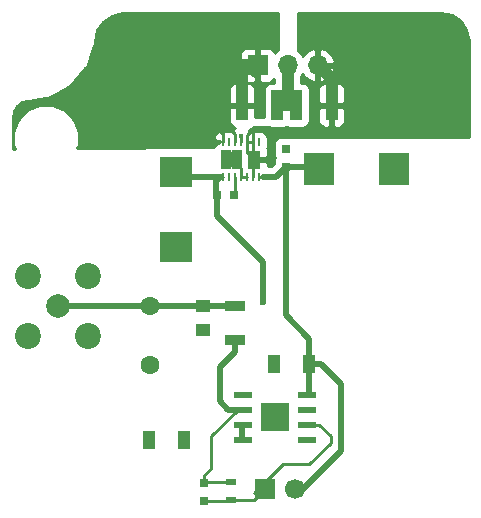
<source format=gbr>
G04 #@! TF.FileFunction,Copper,L1,Top,Signal*
%FSLAX46Y46*%
G04 Gerber Fmt 4.6, Leading zero omitted, Abs format (unit mm)*
G04 Created by KiCad (PCBNEW 4.0.6) date 12/17/18 09:49:15*
%MOMM*%
%LPD*%
G01*
G04 APERTURE LIST*
%ADD10C,0.100000*%
%ADD11R,1.000000X1.600000*%
%ADD12R,1.070000X1.650000*%
%ADD13R,0.250000X0.700000*%
%ADD14R,0.890000X0.825000*%
%ADD15C,1.700000*%
%ADD16R,1.700000X1.700000*%
%ADD17R,1.000000X2.500000*%
%ADD18R,0.800000X0.750000*%
%ADD19R,0.750000X0.800000*%
%ADD20C,2.200000*%
%ADD21C,2.000000*%
%ADD22R,0.900000X0.500000*%
%ADD23O,1.700000X1.700000*%
%ADD24R,1.700000X0.900000*%
%ADD25R,2.700000X2.550000*%
%ADD26R,2.550000X2.700000*%
%ADD27R,1.250000X1.000000*%
%ADD28C,1.600000*%
%ADD29R,1.550000X0.600000*%
%ADD30R,1.175000X1.175000*%
%ADD31C,0.600000*%
%ADD32C,0.400000*%
%ADD33C,0.250000*%
%ADD34C,1.000000*%
%ADD35C,0.500000*%
%ADD36C,0.254000*%
G04 APERTURE END LIST*
D10*
D11*
X130550000Y-68650000D03*
X133550000Y-68650000D03*
X119950000Y-75050000D03*
X122950000Y-75050000D03*
D12*
X128850000Y-51350000D03*
D13*
X126250000Y-49900000D03*
X126750000Y-49900000D03*
X127250000Y-49900000D03*
X127750000Y-49900000D03*
X128250000Y-49900000D03*
X128750000Y-49900000D03*
X129250000Y-49900000D03*
X129250000Y-52800000D03*
X128750000Y-52800000D03*
X128250000Y-52800000D03*
X127750000Y-52800000D03*
X127250000Y-52800000D03*
X126750000Y-52800000D03*
X126250000Y-52800000D03*
D14*
X126505000Y-51762500D03*
X126505000Y-50937500D03*
X127395000Y-50937500D03*
X127395000Y-51762500D03*
D15*
X132350000Y-79250000D03*
D16*
X129790000Y-79250000D03*
D17*
X127850000Y-46750000D03*
X130850000Y-46750000D03*
X132450000Y-46750000D03*
X135450000Y-46750000D03*
D18*
X127200000Y-54350000D03*
X125700000Y-54350000D03*
D19*
X131550000Y-51950000D03*
X131550000Y-50450000D03*
X124650000Y-80250000D03*
X124650000Y-78750000D03*
D20*
X109710000Y-66290000D03*
X109710000Y-61210000D03*
X114790000Y-61210000D03*
X114790000Y-66290000D03*
D21*
X112250000Y-63750000D03*
D22*
X126950000Y-78650000D03*
X126950000Y-80150000D03*
D16*
X129170000Y-43350000D03*
D23*
X131710000Y-43350000D03*
X134250000Y-43350000D03*
D24*
X127250000Y-63750000D03*
X127250000Y-66650000D03*
D25*
X122250000Y-52375000D03*
X122250000Y-58725000D03*
D26*
X140725000Y-52150000D03*
X134375000Y-52150000D03*
D27*
X124550000Y-63750000D03*
X124550000Y-65750000D03*
D28*
X120050000Y-63750000D03*
X120050000Y-68750000D03*
D29*
X133350000Y-75055000D03*
X133350000Y-73785000D03*
X133350000Y-72515000D03*
X133350000Y-71245000D03*
X127950000Y-71245000D03*
X127950000Y-72515000D03*
X127950000Y-73785000D03*
X127950000Y-75055000D03*
D30*
X130062500Y-72562500D03*
X130062500Y-73737500D03*
X131237500Y-72562500D03*
X131237500Y-73737500D03*
D31*
X133350000Y-72515000D03*
X119950000Y-75050000D03*
X130550000Y-68650000D03*
X140725000Y-52150000D03*
X122250000Y-58725000D03*
X124550000Y-65750000D03*
X126850000Y-51350000D03*
X127850000Y-75050000D03*
X122950000Y-75050000D03*
X129650000Y-63450000D03*
D32*
X131550000Y-50450000D03*
X127750000Y-49350000D03*
D33*
X127250000Y-49900000D02*
X127250000Y-49150000D01*
X126250000Y-49050000D02*
X126450000Y-48850000D01*
X126250000Y-49050000D02*
X126250000Y-49900000D01*
X126950000Y-48850000D02*
X126450000Y-48850000D01*
X127250000Y-49150000D02*
X126950000Y-48850000D01*
D34*
X127950000Y-43350000D02*
X127850000Y-43450000D01*
X127850000Y-43450000D02*
X127850000Y-46750000D01*
X129170000Y-43350000D02*
X127950000Y-43350000D01*
X129070000Y-43950000D02*
X129070000Y-43870000D01*
D35*
X126505000Y-50937500D02*
X127395000Y-50937500D01*
X127395000Y-50937500D02*
X127395000Y-51762500D01*
X127395000Y-51762500D02*
X126505000Y-51762500D01*
D33*
X126850000Y-51350000D02*
X126505000Y-51005000D01*
X126505000Y-51005000D02*
X126505000Y-50937500D01*
X127750000Y-52800000D02*
X127750000Y-52117500D01*
X127750000Y-52117500D02*
X127395000Y-51762500D01*
X127750000Y-52800000D02*
X128250000Y-52800000D01*
D34*
X130850000Y-46750000D02*
X132450000Y-46750000D01*
X131710000Y-43350000D02*
X131710000Y-46010000D01*
X131710000Y-46010000D02*
X132450000Y-46750000D01*
D33*
X127250000Y-52800000D02*
X127250000Y-54300000D01*
X127250000Y-54300000D02*
X127200000Y-54350000D01*
D35*
X127850000Y-75050000D02*
X127850000Y-73885000D01*
X127850000Y-73885000D02*
X127950000Y-73785000D01*
X125650000Y-52800000D02*
X125650000Y-54300000D01*
X125650000Y-54300000D02*
X125750000Y-54400000D01*
X125750000Y-54400000D02*
X125750000Y-56150000D01*
X125750000Y-56150000D02*
X129650000Y-60050000D01*
X129650000Y-60050000D02*
X129650000Y-63450000D01*
X126100000Y-52800000D02*
X125650000Y-52800000D01*
X125650000Y-52800000D02*
X122675000Y-52800000D01*
X122675000Y-52800000D02*
X122250000Y-52375000D01*
D33*
X126250000Y-52800000D02*
X126100000Y-52800000D01*
X126100000Y-52800000D02*
X125700000Y-53200000D01*
X125700000Y-53200000D02*
X125700000Y-54350000D01*
D35*
X136250000Y-70350000D02*
X136250000Y-76000008D01*
X136250000Y-76000008D02*
X133000008Y-79250000D01*
X133550000Y-68650000D02*
X134550000Y-68650000D01*
X134550000Y-68650000D02*
X136250000Y-70350000D01*
X133550000Y-68650000D02*
X133550000Y-71045000D01*
X133550000Y-71045000D02*
X133350000Y-71245000D01*
X131550000Y-64545000D02*
X133550000Y-66545000D01*
X133550000Y-66545000D02*
X133550000Y-68650000D01*
X131550000Y-51950000D02*
X131550000Y-64545000D01*
X131550000Y-51950000D02*
X134175000Y-51950000D01*
X134175000Y-51950000D02*
X134375000Y-52150000D01*
X134350000Y-52450000D02*
X134450000Y-52350000D01*
X134450000Y-52350000D02*
X134500000Y-52350000D01*
X131550000Y-51950000D02*
X130700000Y-52800000D01*
X130700000Y-52800000D02*
X129600000Y-52800000D01*
D33*
X129250000Y-52800000D02*
X129600000Y-52800000D01*
X129600000Y-52800000D02*
X130700000Y-52800000D01*
D35*
X132175000Y-79075000D02*
X132350000Y-79250000D01*
D33*
X127750000Y-49900000D02*
X127750000Y-49350000D01*
D35*
X129790000Y-79250000D02*
X129790000Y-79790000D01*
D33*
X128850000Y-79600000D02*
X129450000Y-79000000D01*
X133550000Y-77150000D02*
X131315678Y-77150000D01*
X131315678Y-77150000D02*
X129740688Y-78724990D01*
X135350000Y-75350000D02*
X133550000Y-77150000D01*
X135350000Y-74760000D02*
X135350000Y-75350000D01*
X133350000Y-73785000D02*
X134375000Y-73785000D01*
X134375000Y-73785000D02*
X135350000Y-74760000D01*
X126950000Y-80150000D02*
X128865698Y-80150000D01*
X128865698Y-80150000D02*
X129264990Y-79750708D01*
X124650000Y-80250000D02*
X126850000Y-80250000D01*
X126850000Y-80250000D02*
X126950000Y-80150000D01*
D35*
X125950000Y-71790000D02*
X125950000Y-68900000D01*
X125950000Y-68900000D02*
X127250000Y-67600000D01*
X127250000Y-67600000D02*
X127250000Y-66650000D01*
X127950000Y-72515000D02*
X126675000Y-72515000D01*
X126675000Y-72515000D02*
X125950000Y-71790000D01*
X127950000Y-72515000D02*
X127475000Y-72515000D01*
D33*
X125250000Y-77500000D02*
X125250000Y-74740000D01*
X125250000Y-74740000D02*
X127475000Y-72515000D01*
X124650000Y-78750000D02*
X124650000Y-78100000D01*
X124650000Y-78100000D02*
X125250000Y-77500000D01*
X126950000Y-78650000D02*
X124750000Y-78650000D01*
X124750000Y-78650000D02*
X124650000Y-78750000D01*
X128750000Y-49900000D02*
X128750000Y-51250000D01*
X128750000Y-51250000D02*
X128850000Y-51350000D01*
X128250000Y-49900000D02*
X128250000Y-50750000D01*
X128250000Y-50750000D02*
X128850000Y-51350000D01*
X128850000Y-51350000D02*
X128750000Y-51450000D01*
X128750000Y-51450000D02*
X128750000Y-52800000D01*
X128750000Y-49900000D02*
X128750000Y-49045000D01*
X128750000Y-49045000D02*
X128604999Y-48899999D01*
X128250000Y-49900000D02*
X128250000Y-49254998D01*
X128250000Y-49254998D02*
X128604999Y-48899999D01*
X128250000Y-49900000D02*
X128750000Y-49900000D01*
D34*
X135450000Y-46750000D02*
X135450000Y-47500000D01*
X135450000Y-44550000D02*
X135450000Y-46750000D01*
X134250000Y-43350000D02*
X135450000Y-44550000D01*
D35*
X124550000Y-63750000D02*
X127250000Y-63750000D01*
X112250000Y-63750000D02*
X119850000Y-63750000D01*
X119850000Y-63750000D02*
X124550000Y-63750000D01*
D36*
G36*
X145621023Y-39147167D02*
X146359439Y-39640561D01*
X146852833Y-40378977D01*
X147040000Y-41319931D01*
X147040000Y-49423000D01*
X132025936Y-49423000D01*
X131925000Y-49402560D01*
X131175000Y-49402560D01*
X131066371Y-49423000D01*
X130950000Y-49423000D01*
X130900590Y-49433006D01*
X130858965Y-49461447D01*
X130831685Y-49503841D01*
X130829011Y-49518054D01*
X130723559Y-49585910D01*
X130578569Y-49798110D01*
X130527560Y-50050000D01*
X130527560Y-50850000D01*
X130571838Y-51085317D01*
X130645620Y-51199978D01*
X130578569Y-51298110D01*
X130527560Y-51550000D01*
X130527560Y-51720861D01*
X130333420Y-51915000D01*
X130020000Y-51915000D01*
X130020000Y-51635750D01*
X129861250Y-51477000D01*
X128977000Y-51477000D01*
X128977000Y-51497000D01*
X128723000Y-51497000D01*
X128723000Y-51477000D01*
X128703000Y-51477000D01*
X128703000Y-51223000D01*
X128723000Y-51223000D01*
X128723000Y-51203000D01*
X128977000Y-51203000D01*
X128977000Y-51223000D01*
X129861250Y-51223000D01*
X130020000Y-51064250D01*
X130020000Y-50398691D01*
X130001415Y-50353823D01*
X130022440Y-50250000D01*
X130022440Y-49550000D01*
X129978162Y-49314683D01*
X129839090Y-49098559D01*
X129626890Y-48953569D01*
X129375000Y-48902560D01*
X129125000Y-48902560D01*
X129019295Y-48922450D01*
X129001310Y-48915000D01*
X128971250Y-48915000D01*
X128950938Y-48935312D01*
X128889683Y-48946838D01*
X128755931Y-49032905D01*
X128734699Y-49011673D01*
X128548153Y-48934403D01*
X128528750Y-48915000D01*
X128473734Y-48915000D01*
X128458292Y-48877628D01*
X128421727Y-48841000D01*
X128883727Y-48577000D01*
X130069672Y-48577000D01*
X130098110Y-48596431D01*
X130350000Y-48647440D01*
X131350000Y-48647440D01*
X131585317Y-48603162D01*
X131625974Y-48577000D01*
X131669672Y-48577000D01*
X131698110Y-48596431D01*
X131950000Y-48647440D01*
X132950000Y-48647440D01*
X133185317Y-48603162D01*
X133401441Y-48464090D01*
X133546431Y-48251890D01*
X133597440Y-48000000D01*
X133597440Y-47035750D01*
X134315000Y-47035750D01*
X134315000Y-48126310D01*
X134411673Y-48359699D01*
X134590302Y-48538327D01*
X134823691Y-48635000D01*
X135164250Y-48635000D01*
X135323000Y-48476250D01*
X135323000Y-46877000D01*
X135577000Y-46877000D01*
X135577000Y-48476250D01*
X135735750Y-48635000D01*
X136076309Y-48635000D01*
X136309698Y-48538327D01*
X136488327Y-48359699D01*
X136585000Y-48126310D01*
X136585000Y-47035750D01*
X136426250Y-46877000D01*
X135577000Y-46877000D01*
X135323000Y-46877000D01*
X134473750Y-46877000D01*
X134315000Y-47035750D01*
X133597440Y-47035750D01*
X133597440Y-45500000D01*
X133573674Y-45373690D01*
X134315000Y-45373690D01*
X134315000Y-46464250D01*
X134473750Y-46623000D01*
X135323000Y-46623000D01*
X135323000Y-45023750D01*
X135577000Y-45023750D01*
X135577000Y-46623000D01*
X136426250Y-46623000D01*
X136585000Y-46464250D01*
X136585000Y-45373690D01*
X136488327Y-45140301D01*
X136309698Y-44961673D01*
X136076309Y-44865000D01*
X135735750Y-44865000D01*
X135577000Y-45023750D01*
X135323000Y-45023750D01*
X135164250Y-44865000D01*
X134823691Y-44865000D01*
X134590302Y-44961673D01*
X134411673Y-45140301D01*
X134315000Y-45373690D01*
X133573674Y-45373690D01*
X133553162Y-45264683D01*
X133414090Y-45048559D01*
X133201890Y-44903569D01*
X132950000Y-44852560D01*
X132845000Y-44852560D01*
X132845000Y-44302016D01*
X132987702Y-44088447D01*
X133054817Y-44231358D01*
X133483076Y-44621645D01*
X133893110Y-44791476D01*
X134123000Y-44670155D01*
X134123000Y-43477000D01*
X134377000Y-43477000D01*
X134377000Y-44670155D01*
X134606890Y-44791476D01*
X135016924Y-44621645D01*
X135445183Y-44231358D01*
X135691486Y-43706892D01*
X135570819Y-43477000D01*
X134377000Y-43477000D01*
X134123000Y-43477000D01*
X134103000Y-43477000D01*
X134103000Y-43223000D01*
X134123000Y-43223000D01*
X134123000Y-42029845D01*
X134377000Y-42029845D01*
X134377000Y-43223000D01*
X135570819Y-43223000D01*
X135691486Y-42993108D01*
X135445183Y-42468642D01*
X135016924Y-42078355D01*
X134606890Y-41908524D01*
X134377000Y-42029845D01*
X134123000Y-42029845D01*
X133893110Y-41908524D01*
X133483076Y-42078355D01*
X133054817Y-42468642D01*
X132987702Y-42611553D01*
X132760054Y-42270853D01*
X132577000Y-42148541D01*
X132577000Y-38960000D01*
X144680069Y-38960000D01*
X145621023Y-39147167D01*
X145621023Y-39147167D01*
G37*
X145621023Y-39147167D02*
X146359439Y-39640561D01*
X146852833Y-40378977D01*
X147040000Y-41319931D01*
X147040000Y-49423000D01*
X132025936Y-49423000D01*
X131925000Y-49402560D01*
X131175000Y-49402560D01*
X131066371Y-49423000D01*
X130950000Y-49423000D01*
X130900590Y-49433006D01*
X130858965Y-49461447D01*
X130831685Y-49503841D01*
X130829011Y-49518054D01*
X130723559Y-49585910D01*
X130578569Y-49798110D01*
X130527560Y-50050000D01*
X130527560Y-50850000D01*
X130571838Y-51085317D01*
X130645620Y-51199978D01*
X130578569Y-51298110D01*
X130527560Y-51550000D01*
X130527560Y-51720861D01*
X130333420Y-51915000D01*
X130020000Y-51915000D01*
X130020000Y-51635750D01*
X129861250Y-51477000D01*
X128977000Y-51477000D01*
X128977000Y-51497000D01*
X128723000Y-51497000D01*
X128723000Y-51477000D01*
X128703000Y-51477000D01*
X128703000Y-51223000D01*
X128723000Y-51223000D01*
X128723000Y-51203000D01*
X128977000Y-51203000D01*
X128977000Y-51223000D01*
X129861250Y-51223000D01*
X130020000Y-51064250D01*
X130020000Y-50398691D01*
X130001415Y-50353823D01*
X130022440Y-50250000D01*
X130022440Y-49550000D01*
X129978162Y-49314683D01*
X129839090Y-49098559D01*
X129626890Y-48953569D01*
X129375000Y-48902560D01*
X129125000Y-48902560D01*
X129019295Y-48922450D01*
X129001310Y-48915000D01*
X128971250Y-48915000D01*
X128950938Y-48935312D01*
X128889683Y-48946838D01*
X128755931Y-49032905D01*
X128734699Y-49011673D01*
X128548153Y-48934403D01*
X128528750Y-48915000D01*
X128473734Y-48915000D01*
X128458292Y-48877628D01*
X128421727Y-48841000D01*
X128883727Y-48577000D01*
X130069672Y-48577000D01*
X130098110Y-48596431D01*
X130350000Y-48647440D01*
X131350000Y-48647440D01*
X131585317Y-48603162D01*
X131625974Y-48577000D01*
X131669672Y-48577000D01*
X131698110Y-48596431D01*
X131950000Y-48647440D01*
X132950000Y-48647440D01*
X133185317Y-48603162D01*
X133401441Y-48464090D01*
X133546431Y-48251890D01*
X133597440Y-48000000D01*
X133597440Y-47035750D01*
X134315000Y-47035750D01*
X134315000Y-48126310D01*
X134411673Y-48359699D01*
X134590302Y-48538327D01*
X134823691Y-48635000D01*
X135164250Y-48635000D01*
X135323000Y-48476250D01*
X135323000Y-46877000D01*
X135577000Y-46877000D01*
X135577000Y-48476250D01*
X135735750Y-48635000D01*
X136076309Y-48635000D01*
X136309698Y-48538327D01*
X136488327Y-48359699D01*
X136585000Y-48126310D01*
X136585000Y-47035750D01*
X136426250Y-46877000D01*
X135577000Y-46877000D01*
X135323000Y-46877000D01*
X134473750Y-46877000D01*
X134315000Y-47035750D01*
X133597440Y-47035750D01*
X133597440Y-45500000D01*
X133573674Y-45373690D01*
X134315000Y-45373690D01*
X134315000Y-46464250D01*
X134473750Y-46623000D01*
X135323000Y-46623000D01*
X135323000Y-45023750D01*
X135577000Y-45023750D01*
X135577000Y-46623000D01*
X136426250Y-46623000D01*
X136585000Y-46464250D01*
X136585000Y-45373690D01*
X136488327Y-45140301D01*
X136309698Y-44961673D01*
X136076309Y-44865000D01*
X135735750Y-44865000D01*
X135577000Y-45023750D01*
X135323000Y-45023750D01*
X135164250Y-44865000D01*
X134823691Y-44865000D01*
X134590302Y-44961673D01*
X134411673Y-45140301D01*
X134315000Y-45373690D01*
X133573674Y-45373690D01*
X133553162Y-45264683D01*
X133414090Y-45048559D01*
X133201890Y-44903569D01*
X132950000Y-44852560D01*
X132845000Y-44852560D01*
X132845000Y-44302016D01*
X132987702Y-44088447D01*
X133054817Y-44231358D01*
X133483076Y-44621645D01*
X133893110Y-44791476D01*
X134123000Y-44670155D01*
X134123000Y-43477000D01*
X134377000Y-43477000D01*
X134377000Y-44670155D01*
X134606890Y-44791476D01*
X135016924Y-44621645D01*
X135445183Y-44231358D01*
X135691486Y-43706892D01*
X135570819Y-43477000D01*
X134377000Y-43477000D01*
X134123000Y-43477000D01*
X134103000Y-43477000D01*
X134103000Y-43223000D01*
X134123000Y-43223000D01*
X134123000Y-42029845D01*
X134377000Y-42029845D01*
X134377000Y-43223000D01*
X135570819Y-43223000D01*
X135691486Y-42993108D01*
X135445183Y-42468642D01*
X135016924Y-42078355D01*
X134606890Y-41908524D01*
X134377000Y-42029845D01*
X134123000Y-42029845D01*
X133893110Y-41908524D01*
X133483076Y-42078355D01*
X133054817Y-42468642D01*
X132987702Y-42611553D01*
X132760054Y-42270853D01*
X132577000Y-42148541D01*
X132577000Y-38960000D01*
X144680069Y-38960000D01*
X145621023Y-39147167D01*
G36*
X130923000Y-42095086D02*
X130659946Y-42270853D01*
X130630597Y-42314777D01*
X130558327Y-42140302D01*
X130379699Y-41961673D01*
X130146310Y-41865000D01*
X129455750Y-41865000D01*
X129297000Y-42023750D01*
X129297000Y-43223000D01*
X129317000Y-43223000D01*
X129317000Y-43477000D01*
X129297000Y-43477000D01*
X129297000Y-44676250D01*
X129455750Y-44835000D01*
X130146310Y-44835000D01*
X130379699Y-44738327D01*
X130558327Y-44559698D01*
X130575000Y-44519446D01*
X130575000Y-44852560D01*
X130350000Y-44852560D01*
X130114683Y-44896838D01*
X129898559Y-45035910D01*
X129753569Y-45248110D01*
X129702560Y-45500000D01*
X129702560Y-47723000D01*
X128985000Y-47723000D01*
X128985000Y-47035750D01*
X128826250Y-46877000D01*
X127977000Y-46877000D01*
X127977000Y-46897000D01*
X127723000Y-46897000D01*
X127723000Y-46877000D01*
X126873750Y-46877000D01*
X126715000Y-47035750D01*
X126715000Y-48126310D01*
X126811673Y-48359699D01*
X126990302Y-48538327D01*
X127223691Y-48635000D01*
X127293863Y-48635000D01*
X127277628Y-48641708D01*
X127042534Y-48876393D01*
X127026503Y-48915000D01*
X126998690Y-48915000D01*
X126978247Y-48923468D01*
X126875000Y-48902560D01*
X126625000Y-48902560D01*
X126519295Y-48922450D01*
X126501310Y-48915000D01*
X126471250Y-48915000D01*
X126450938Y-48935312D01*
X126389683Y-48946838D01*
X126187500Y-49076939D01*
X126187500Y-49073750D01*
X126028750Y-48915000D01*
X125998690Y-48915000D01*
X125765301Y-49011673D01*
X125586673Y-49190302D01*
X125490000Y-49423691D01*
X125490000Y-49614250D01*
X125648750Y-49773000D01*
X125977560Y-49773000D01*
X125977560Y-49893072D01*
X125824683Y-49921838D01*
X125661257Y-50027000D01*
X125648750Y-50027000D01*
X125626177Y-50049573D01*
X125608559Y-50060910D01*
X125595009Y-50080741D01*
X125490000Y-50185750D01*
X125490000Y-50234427D01*
X125463569Y-50273110D01*
X125453466Y-50323000D01*
X125350000Y-50323000D01*
X125349306Y-50323002D01*
X113918638Y-50385465D01*
X114034515Y-50106401D01*
X114035482Y-48998460D01*
X113612384Y-47974485D01*
X112829635Y-47190369D01*
X111806401Y-46765485D01*
X110698460Y-46764518D01*
X109674485Y-47187616D01*
X108890369Y-47970365D01*
X108465485Y-48993599D01*
X108464518Y-50101540D01*
X108593856Y-50414562D01*
X108460000Y-50415293D01*
X108460000Y-47818860D01*
X108548131Y-47221143D01*
X108803732Y-46793854D01*
X109203396Y-46496904D01*
X109746727Y-46360304D01*
X109767731Y-46359779D01*
X109806351Y-46351089D01*
X109845860Y-46353499D01*
X111183647Y-46171209D01*
X111294551Y-46133001D01*
X111407566Y-46101619D01*
X112850561Y-45373690D01*
X126715000Y-45373690D01*
X126715000Y-46464250D01*
X126873750Y-46623000D01*
X127723000Y-46623000D01*
X127723000Y-45023750D01*
X127977000Y-45023750D01*
X127977000Y-46623000D01*
X128826250Y-46623000D01*
X128985000Y-46464250D01*
X128985000Y-45373690D01*
X128888327Y-45140301D01*
X128709698Y-44961673D01*
X128476309Y-44865000D01*
X128135750Y-44865000D01*
X127977000Y-45023750D01*
X127723000Y-45023750D01*
X127564250Y-44865000D01*
X127223691Y-44865000D01*
X126990302Y-44961673D01*
X126811673Y-45140301D01*
X126715000Y-45373690D01*
X112850561Y-45373690D01*
X113149390Y-45222944D01*
X113367635Y-45052316D01*
X114587410Y-43635750D01*
X127685000Y-43635750D01*
X127685000Y-44326309D01*
X127781673Y-44559698D01*
X127960301Y-44738327D01*
X128193690Y-44835000D01*
X128884250Y-44835000D01*
X129043000Y-44676250D01*
X129043000Y-43477000D01*
X127843750Y-43477000D01*
X127685000Y-43635750D01*
X114587410Y-43635750D01*
X114640617Y-43573959D01*
X114776953Y-43332801D01*
X115092868Y-42373691D01*
X127685000Y-42373691D01*
X127685000Y-43064250D01*
X127843750Y-43223000D01*
X129043000Y-43223000D01*
X129043000Y-42023750D01*
X128884250Y-41865000D01*
X128193690Y-41865000D01*
X127960301Y-41961673D01*
X127781673Y-42140302D01*
X127685000Y-42373691D01*
X115092868Y-42373691D01*
X115387292Y-41479828D01*
X115389316Y-41463296D01*
X115403098Y-41428657D01*
X115590309Y-40413193D01*
X116075065Y-39665186D01*
X116810218Y-39158903D01*
X117726199Y-38960000D01*
X130923000Y-38960000D01*
X130923000Y-42095086D01*
X130923000Y-42095086D01*
G37*
X130923000Y-42095086D02*
X130659946Y-42270853D01*
X130630597Y-42314777D01*
X130558327Y-42140302D01*
X130379699Y-41961673D01*
X130146310Y-41865000D01*
X129455750Y-41865000D01*
X129297000Y-42023750D01*
X129297000Y-43223000D01*
X129317000Y-43223000D01*
X129317000Y-43477000D01*
X129297000Y-43477000D01*
X129297000Y-44676250D01*
X129455750Y-44835000D01*
X130146310Y-44835000D01*
X130379699Y-44738327D01*
X130558327Y-44559698D01*
X130575000Y-44519446D01*
X130575000Y-44852560D01*
X130350000Y-44852560D01*
X130114683Y-44896838D01*
X129898559Y-45035910D01*
X129753569Y-45248110D01*
X129702560Y-45500000D01*
X129702560Y-47723000D01*
X128985000Y-47723000D01*
X128985000Y-47035750D01*
X128826250Y-46877000D01*
X127977000Y-46877000D01*
X127977000Y-46897000D01*
X127723000Y-46897000D01*
X127723000Y-46877000D01*
X126873750Y-46877000D01*
X126715000Y-47035750D01*
X126715000Y-48126310D01*
X126811673Y-48359699D01*
X126990302Y-48538327D01*
X127223691Y-48635000D01*
X127293863Y-48635000D01*
X127277628Y-48641708D01*
X127042534Y-48876393D01*
X127026503Y-48915000D01*
X126998690Y-48915000D01*
X126978247Y-48923468D01*
X126875000Y-48902560D01*
X126625000Y-48902560D01*
X126519295Y-48922450D01*
X126501310Y-48915000D01*
X126471250Y-48915000D01*
X126450938Y-48935312D01*
X126389683Y-48946838D01*
X126187500Y-49076939D01*
X126187500Y-49073750D01*
X126028750Y-48915000D01*
X125998690Y-48915000D01*
X125765301Y-49011673D01*
X125586673Y-49190302D01*
X125490000Y-49423691D01*
X125490000Y-49614250D01*
X125648750Y-49773000D01*
X125977560Y-49773000D01*
X125977560Y-49893072D01*
X125824683Y-49921838D01*
X125661257Y-50027000D01*
X125648750Y-50027000D01*
X125626177Y-50049573D01*
X125608559Y-50060910D01*
X125595009Y-50080741D01*
X125490000Y-50185750D01*
X125490000Y-50234427D01*
X125463569Y-50273110D01*
X125453466Y-50323000D01*
X125350000Y-50323000D01*
X125349306Y-50323002D01*
X113918638Y-50385465D01*
X114034515Y-50106401D01*
X114035482Y-48998460D01*
X113612384Y-47974485D01*
X112829635Y-47190369D01*
X111806401Y-46765485D01*
X110698460Y-46764518D01*
X109674485Y-47187616D01*
X108890369Y-47970365D01*
X108465485Y-48993599D01*
X108464518Y-50101540D01*
X108593856Y-50414562D01*
X108460000Y-50415293D01*
X108460000Y-47818860D01*
X108548131Y-47221143D01*
X108803732Y-46793854D01*
X109203396Y-46496904D01*
X109746727Y-46360304D01*
X109767731Y-46359779D01*
X109806351Y-46351089D01*
X109845860Y-46353499D01*
X111183647Y-46171209D01*
X111294551Y-46133001D01*
X111407566Y-46101619D01*
X112850561Y-45373690D01*
X126715000Y-45373690D01*
X126715000Y-46464250D01*
X126873750Y-46623000D01*
X127723000Y-46623000D01*
X127723000Y-45023750D01*
X127977000Y-45023750D01*
X127977000Y-46623000D01*
X128826250Y-46623000D01*
X128985000Y-46464250D01*
X128985000Y-45373690D01*
X128888327Y-45140301D01*
X128709698Y-44961673D01*
X128476309Y-44865000D01*
X128135750Y-44865000D01*
X127977000Y-45023750D01*
X127723000Y-45023750D01*
X127564250Y-44865000D01*
X127223691Y-44865000D01*
X126990302Y-44961673D01*
X126811673Y-45140301D01*
X126715000Y-45373690D01*
X112850561Y-45373690D01*
X113149390Y-45222944D01*
X113367635Y-45052316D01*
X114587410Y-43635750D01*
X127685000Y-43635750D01*
X127685000Y-44326309D01*
X127781673Y-44559698D01*
X127960301Y-44738327D01*
X128193690Y-44835000D01*
X128884250Y-44835000D01*
X129043000Y-44676250D01*
X129043000Y-43477000D01*
X127843750Y-43477000D01*
X127685000Y-43635750D01*
X114587410Y-43635750D01*
X114640617Y-43573959D01*
X114776953Y-43332801D01*
X115092868Y-42373691D01*
X127685000Y-42373691D01*
X127685000Y-43064250D01*
X127843750Y-43223000D01*
X129043000Y-43223000D01*
X129043000Y-42023750D01*
X128884250Y-41865000D01*
X128193690Y-41865000D01*
X127960301Y-41961673D01*
X127781673Y-42140302D01*
X127685000Y-42373691D01*
X115092868Y-42373691D01*
X115387292Y-41479828D01*
X115389316Y-41463296D01*
X115403098Y-41428657D01*
X115590309Y-40413193D01*
X116075065Y-39665186D01*
X116810218Y-39158903D01*
X117726199Y-38960000D01*
X130923000Y-38960000D01*
X130923000Y-42095086D01*
M02*

</source>
